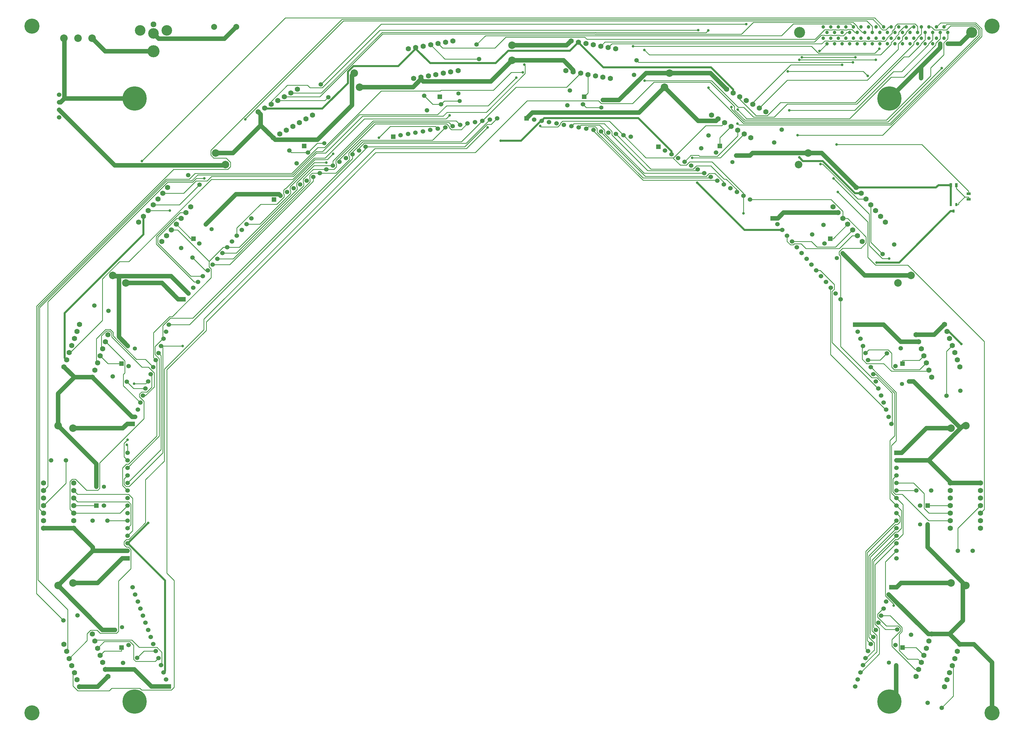
<source format=gtl>
G04 (created by PCBNEW (2013-jul-07)-stable) date Fri 11 Sep 2015 11:17:02 AM PDT*
%MOIN*%
G04 Gerber Fmt 3.4, Leading zero omitted, Abs format*
%FSLAX34Y34*%
G01*
G70*
G90*
G04 APERTURE LIST*
%ADD10C,0.00590551*%
%ADD11C,0.145669*%
%ADD12C,0.0472441*%
%ADD13C,0.07*%
%ADD14R,0.0315X0.0394*%
%ADD15R,0.055X0.035*%
%ADD16R,0.035X0.055*%
%ADD17C,0.1*%
%ADD18C,0.0590551*%
%ADD19C,0.06*%
%ADD20R,0.06X0.06*%
%ADD21C,0.076*%
%ADD22C,0.14*%
%ADD23C,0.16*%
%ADD24C,0.055*%
%ADD25C,0.0787402*%
%ADD26C,0.32*%
%ADD27C,0.2*%
%ADD28C,0.035*%
%ADD29C,0.06*%
%ADD30C,0.025*%
%ADD31C,0.01*%
G04 APERTURE END LIST*
G54D10*
G54D11*
X140899Y-27246D03*
X118100Y-27246D03*
G54D12*
X137750Y-28746D03*
X137250Y-27996D03*
X136750Y-28746D03*
X136250Y-27996D03*
X135750Y-28746D03*
X135250Y-27996D03*
X134750Y-28746D03*
X134250Y-27996D03*
X133750Y-28746D03*
X133250Y-27996D03*
X132750Y-28746D03*
X132250Y-27996D03*
X131750Y-28746D03*
X131250Y-27996D03*
X130750Y-28746D03*
X130250Y-27996D03*
X129750Y-28746D03*
X129250Y-27996D03*
X128750Y-28746D03*
X128250Y-27996D03*
X127750Y-28746D03*
X127250Y-27996D03*
X126750Y-28746D03*
X126250Y-27996D03*
X125750Y-28746D03*
X125250Y-27996D03*
X124750Y-28746D03*
X124250Y-27996D03*
X123750Y-28746D03*
X123250Y-27996D03*
X122750Y-28746D03*
X122250Y-27996D03*
X121750Y-28746D03*
X121250Y-27996D03*
X137750Y-27246D03*
X137250Y-26496D03*
X136750Y-27246D03*
X136250Y-26496D03*
X135750Y-27246D03*
X135250Y-26496D03*
X134750Y-27246D03*
X134250Y-26496D03*
X133750Y-27246D03*
X133250Y-26496D03*
X132750Y-27246D03*
X132250Y-26496D03*
X131750Y-27246D03*
X131250Y-26496D03*
X130750Y-27246D03*
X130250Y-26496D03*
X129750Y-27246D03*
X129250Y-26496D03*
X128750Y-27246D03*
X128250Y-26496D03*
X127750Y-27246D03*
X127250Y-26496D03*
X126750Y-27246D03*
X126250Y-26496D03*
X125750Y-27246D03*
X125250Y-26496D03*
X124750Y-27246D03*
X124250Y-26496D03*
X123750Y-27246D03*
X123250Y-26496D03*
X122750Y-27246D03*
X122250Y-26496D03*
X121750Y-27246D03*
X121250Y-26496D03*
G54D13*
X72177Y-28357D03*
X71192Y-28531D03*
X70207Y-28704D03*
X69222Y-28878D03*
X68237Y-29052D03*
X67253Y-29225D03*
X66268Y-29399D03*
X66962Y-33338D03*
X67947Y-33165D03*
X68932Y-32991D03*
X69917Y-32817D03*
X70902Y-32644D03*
X71886Y-32470D03*
X72871Y-32296D03*
X51565Y-34750D03*
X50699Y-35250D03*
X49833Y-35750D03*
X48967Y-36250D03*
X48101Y-36750D03*
X47235Y-37250D03*
X46369Y-37750D03*
X48369Y-41214D03*
X49235Y-40714D03*
X50101Y-40214D03*
X50967Y-39714D03*
X51833Y-39214D03*
X52699Y-38714D03*
X53565Y-38214D03*
X34384Y-47807D03*
X33741Y-48573D03*
X33098Y-49339D03*
X32455Y-50105D03*
X31813Y-50871D03*
X31170Y-51637D03*
X30527Y-52403D03*
X33591Y-54975D03*
X34234Y-54209D03*
X34877Y-53442D03*
X35520Y-52676D03*
X36162Y-51910D03*
X36805Y-51144D03*
X37448Y-50378D03*
X137295Y-114046D03*
X137637Y-113106D03*
X137979Y-112167D03*
X138321Y-111227D03*
X138663Y-110287D03*
X139005Y-109347D03*
X139347Y-108408D03*
X135588Y-107040D03*
X135246Y-107979D03*
X134904Y-108919D03*
X134562Y-109859D03*
X134220Y-110798D03*
X133878Y-111738D03*
X133536Y-112678D03*
X22704Y-65953D03*
X22362Y-66893D03*
X22020Y-67832D03*
X21678Y-68772D03*
X21336Y-69712D03*
X20994Y-70652D03*
X20652Y-71591D03*
X24411Y-72959D03*
X24753Y-72020D03*
X25095Y-71080D03*
X25437Y-70140D03*
X25779Y-69201D03*
X26121Y-68261D03*
X26463Y-67321D03*
X142064Y-93000D03*
X142064Y-92000D03*
X142064Y-91000D03*
X142064Y-90000D03*
X142064Y-89000D03*
X142064Y-88000D03*
X142064Y-87000D03*
X138064Y-87000D03*
X138064Y-88000D03*
X138064Y-89000D03*
X138064Y-90000D03*
X138064Y-91000D03*
X138064Y-92000D03*
X138064Y-93000D03*
X17935Y-87000D03*
X17935Y-88000D03*
X17935Y-89000D03*
X17935Y-90000D03*
X17935Y-91000D03*
X17935Y-92000D03*
X17935Y-93000D03*
X21935Y-93000D03*
X21935Y-92000D03*
X21935Y-91000D03*
X21935Y-90000D03*
X21935Y-89000D03*
X21935Y-88000D03*
X21935Y-87000D03*
X20652Y-108408D03*
X20994Y-109347D03*
X21336Y-110287D03*
X21678Y-111227D03*
X22020Y-112167D03*
X22362Y-113106D03*
X22704Y-114046D03*
X26463Y-112678D03*
X26121Y-111738D03*
X25779Y-110798D03*
X25437Y-109859D03*
X25095Y-108919D03*
X24753Y-107979D03*
X24411Y-107040D03*
X139347Y-71591D03*
X139005Y-70652D03*
X138663Y-69712D03*
X138321Y-68772D03*
X137979Y-67832D03*
X137637Y-66893D03*
X137295Y-65953D03*
X133536Y-67321D03*
X133878Y-68261D03*
X134220Y-69201D03*
X134562Y-70140D03*
X134904Y-71080D03*
X135246Y-72020D03*
X135588Y-72959D03*
X93731Y-29399D03*
X92746Y-29225D03*
X91762Y-29052D03*
X90777Y-28878D03*
X89792Y-28704D03*
X88807Y-28531D03*
X87822Y-28357D03*
X87128Y-32296D03*
X88113Y-32470D03*
X89097Y-32644D03*
X90082Y-32817D03*
X91067Y-32991D03*
X92052Y-33165D03*
X93037Y-33338D03*
X129472Y-52403D03*
X128829Y-51637D03*
X128186Y-50871D03*
X127543Y-50105D03*
X126901Y-49339D03*
X126258Y-48573D03*
X125615Y-47807D03*
X122551Y-50378D03*
X123194Y-51144D03*
X123836Y-51910D03*
X124479Y-52676D03*
X125122Y-53442D03*
X125765Y-54209D03*
X126408Y-54975D03*
X113630Y-37750D03*
X112764Y-37250D03*
X111898Y-36750D03*
X111032Y-36250D03*
X110166Y-35750D03*
X109300Y-35250D03*
X108434Y-34750D03*
X106434Y-38214D03*
X107300Y-38714D03*
X108166Y-39214D03*
X109032Y-39714D03*
X109898Y-40214D03*
X110764Y-40714D03*
X111630Y-41214D03*
G54D14*
X138500Y-50933D03*
X138125Y-50067D03*
X138875Y-50067D03*
G54D15*
X140500Y-48625D03*
X140500Y-49375D03*
G54D16*
X138875Y-47500D03*
X138125Y-47500D03*
G54D17*
X24370Y-28000D03*
X22500Y-28000D03*
X20630Y-28000D03*
G54D18*
X37669Y-57091D03*
X36161Y-55825D03*
X129114Y-56620D03*
X130622Y-55355D03*
X68726Y-37581D03*
X68384Y-35642D03*
X114736Y-41835D03*
X115720Y-40130D03*
X137569Y-75431D03*
X139418Y-74758D03*
X96168Y-32859D03*
X96509Y-30920D03*
X87334Y-36886D03*
X87676Y-34948D03*
X51477Y-44598D03*
X50493Y-42893D03*
X139079Y-96000D03*
X141048Y-96000D03*
X136924Y-116836D03*
X135075Y-116163D03*
X30335Y-110204D03*
X28485Y-110877D03*
X26419Y-92000D03*
X24451Y-92000D03*
X28967Y-73553D03*
X27117Y-72880D03*
X55656Y-35835D03*
X54672Y-34130D03*
X38598Y-47427D03*
X37090Y-46162D03*
X26535Y-64155D03*
X24685Y-63481D03*
X20919Y-84000D03*
X18951Y-84000D03*
X22430Y-104568D03*
X20580Y-105241D03*
X129664Y-69795D03*
X131514Y-69122D03*
X133579Y-88000D03*
X135548Y-88000D03*
X75649Y-30775D03*
X75307Y-28837D03*
X119759Y-54027D03*
X121266Y-52761D03*
X131032Y-106446D03*
X132882Y-107119D03*
X105057Y-42598D03*
X106042Y-40893D03*
G54D19*
X20000Y-38500D03*
X20000Y-37500D03*
X20000Y-36500D03*
X20000Y-35500D03*
G54D20*
X135064Y-90000D03*
G54D19*
X134064Y-90000D03*
G54D20*
X52467Y-42313D03*
G54D19*
X52967Y-43179D03*
G54D20*
X70438Y-35772D03*
G54D19*
X70612Y-36757D03*
G54D20*
X89561Y-35772D03*
G54D19*
X89387Y-36757D03*
G54D20*
X37818Y-54605D03*
G54D19*
X38584Y-55248D03*
G54D20*
X28256Y-108833D03*
G54D19*
X29196Y-108491D03*
G54D20*
X131743Y-108833D03*
G54D19*
X130803Y-108491D03*
G54D20*
X131743Y-71166D03*
G54D19*
X130803Y-71508D03*
G54D20*
X122181Y-54605D03*
G54D19*
X121415Y-55248D03*
G54D20*
X28256Y-71166D03*
G54D19*
X29196Y-71508D03*
G54D20*
X107532Y-42313D03*
G54D19*
X107032Y-43179D03*
G54D20*
X24935Y-90000D03*
G54D19*
X25935Y-90000D03*
G54D20*
X99407Y-42385D03*
G54D19*
X100273Y-42885D03*
X101139Y-43385D03*
X102005Y-43885D03*
X102871Y-44385D03*
X103737Y-44885D03*
X104603Y-45385D03*
X105469Y-45885D03*
X106335Y-46385D03*
X107201Y-46885D03*
X108067Y-47385D03*
X108933Y-47885D03*
X109799Y-48385D03*
X110665Y-48885D03*
X111531Y-49385D03*
G54D20*
X130261Y-100844D03*
G54D19*
X129919Y-101784D03*
X129577Y-102723D03*
X129235Y-103663D03*
X128893Y-104603D03*
X128551Y-105543D03*
X128209Y-106482D03*
X127867Y-107422D03*
X127525Y-108362D03*
X127183Y-109301D03*
X126841Y-110241D03*
X126499Y-111181D03*
X126157Y-112120D03*
X125815Y-113060D03*
X125473Y-114000D03*
G54D20*
X130939Y-83000D03*
G54D19*
X130939Y-84000D03*
X130939Y-85000D03*
X130939Y-86000D03*
X130939Y-87000D03*
X130939Y-88000D03*
X130939Y-89000D03*
X130939Y-90000D03*
X130939Y-91000D03*
X130939Y-92000D03*
X130939Y-93000D03*
X130939Y-94000D03*
X130939Y-95000D03*
X130939Y-96000D03*
X130939Y-97000D03*
G54D20*
X125473Y-65999D03*
G54D19*
X125815Y-66939D03*
X126157Y-67879D03*
X126499Y-68818D03*
X126841Y-69758D03*
X127183Y-70698D03*
X127525Y-71637D03*
X127867Y-72577D03*
X128209Y-73517D03*
X128551Y-74456D03*
X128893Y-75396D03*
X129235Y-76336D03*
X129577Y-77276D03*
X129919Y-78215D03*
X130261Y-79155D03*
G54D20*
X114522Y-51894D03*
G54D19*
X115164Y-52660D03*
X115807Y-53426D03*
X116450Y-54192D03*
X117093Y-54958D03*
X117736Y-55724D03*
X118378Y-56490D03*
X119021Y-57256D03*
X119664Y-58022D03*
X120307Y-58788D03*
X120950Y-59554D03*
X121592Y-60320D03*
X122235Y-61086D03*
X122878Y-61852D03*
X123521Y-62619D03*
G54D20*
X81952Y-38619D03*
G54D19*
X82936Y-38792D03*
X83921Y-38966D03*
X84906Y-39140D03*
X85891Y-39313D03*
X86876Y-39487D03*
X87860Y-39660D03*
X88845Y-39834D03*
X89830Y-40008D03*
X90815Y-40181D03*
X91800Y-40355D03*
X92784Y-40529D03*
X93769Y-40702D03*
X94754Y-40876D03*
X95739Y-41050D03*
G54D20*
X64260Y-41050D03*
G54D19*
X65245Y-40876D03*
X66230Y-40702D03*
X67215Y-40529D03*
X68199Y-40355D03*
X69184Y-40181D03*
X70169Y-40008D03*
X71154Y-39834D03*
X72139Y-39660D03*
X73123Y-39487D03*
X74108Y-39313D03*
X75093Y-39140D03*
X76078Y-38966D03*
X77063Y-38792D03*
X78047Y-38619D03*
G54D20*
X48468Y-49385D03*
G54D19*
X49334Y-48885D03*
X50200Y-48385D03*
X51066Y-47885D03*
X51932Y-47385D03*
X52798Y-46885D03*
X53664Y-46385D03*
X54530Y-45885D03*
X55396Y-45385D03*
X56262Y-44885D03*
X57128Y-44385D03*
X57994Y-43885D03*
X58860Y-43385D03*
X59726Y-42885D03*
X60592Y-42385D03*
G54D20*
X36478Y-62619D03*
G54D19*
X37121Y-61852D03*
X37764Y-61086D03*
X38407Y-60320D03*
X39049Y-59554D03*
X39692Y-58788D03*
X40335Y-58022D03*
X40978Y-57256D03*
X41621Y-56490D03*
X42263Y-55724D03*
X42906Y-54958D03*
X43549Y-54192D03*
X44192Y-53426D03*
X44835Y-52660D03*
X45477Y-51894D03*
G54D20*
X29738Y-79155D03*
G54D19*
X30080Y-78215D03*
X30422Y-77276D03*
X30764Y-76336D03*
X31106Y-75396D03*
X31448Y-74456D03*
X31790Y-73517D03*
X32132Y-72577D03*
X32474Y-71637D03*
X32816Y-70698D03*
X33158Y-69758D03*
X33500Y-68818D03*
X33842Y-67879D03*
X34184Y-66939D03*
X34526Y-65999D03*
G54D20*
X29060Y-97000D03*
G54D19*
X29060Y-96000D03*
X29060Y-95000D03*
X29060Y-94000D03*
X29060Y-93000D03*
X29060Y-92000D03*
X29060Y-91000D03*
X29060Y-90000D03*
X29060Y-89000D03*
X29060Y-88000D03*
X29060Y-87000D03*
X29060Y-86000D03*
X29060Y-85000D03*
X29060Y-84000D03*
X29060Y-83000D03*
G54D20*
X34526Y-114000D03*
G54D19*
X34184Y-113060D03*
X33842Y-112120D03*
X33500Y-111181D03*
X33158Y-110241D03*
X32816Y-109301D03*
X32474Y-108362D03*
X32132Y-107422D03*
X31790Y-106482D03*
X31448Y-105543D03*
X31106Y-104603D03*
X30764Y-103663D03*
X30422Y-102723D03*
X30080Y-101784D03*
X29738Y-100844D03*
G54D21*
X32500Y-26180D03*
G54D22*
X32500Y-27360D03*
G54D23*
X32500Y-29720D03*
G54D22*
X30730Y-26970D03*
X34270Y-26970D03*
G54D17*
X80000Y-30935D03*
X80000Y-28935D03*
X21832Y-100256D03*
X19863Y-100603D03*
X21832Y-79743D03*
X19863Y-79396D03*
X28848Y-60467D03*
X27116Y-59467D03*
X42034Y-44754D03*
X40748Y-43222D03*
X59798Y-34497D03*
X59114Y-32618D03*
G54D24*
X30051Y-69159D03*
X29111Y-68817D03*
X28341Y-106141D03*
X27401Y-106484D03*
X25935Y-87500D03*
X24935Y-87500D03*
X131658Y-73858D03*
X132598Y-73515D03*
X40191Y-53333D03*
X39425Y-52690D03*
X55133Y-41929D03*
X54633Y-41063D03*
X73073Y-36322D03*
X72900Y-35338D03*
X91850Y-37191D03*
X92023Y-36206D03*
X129948Y-110840D03*
X130888Y-111182D03*
X109197Y-44429D03*
X109697Y-43563D03*
X134064Y-92500D03*
X135064Y-92500D03*
X123022Y-57163D03*
X123788Y-56520D03*
G54D25*
X40523Y-26500D03*
X43476Y-26500D03*
G54D17*
X100201Y-34497D03*
X100885Y-32618D03*
X117965Y-44754D03*
X119251Y-43222D03*
X131151Y-60467D03*
X132883Y-59467D03*
X138167Y-79743D03*
X140136Y-79396D03*
X138167Y-100256D03*
X140136Y-100603D03*
G54D26*
X30000Y-36000D03*
X130000Y-36000D03*
X130000Y-116000D03*
X30000Y-116000D03*
G54D27*
X143600Y-26400D03*
X16400Y-117500D03*
X143600Y-117500D03*
X16400Y-26400D03*
G54D28*
X139538Y-68577D03*
X118067Y-43811D03*
X29933Y-73835D03*
X62376Y-41198D03*
X80575Y-33231D03*
X109885Y-39321D03*
X71733Y-38230D03*
X109892Y-37475D03*
X34657Y-50871D03*
X117826Y-40877D03*
X104663Y-26928D03*
X116732Y-37580D03*
X106050Y-34557D03*
X36354Y-68818D03*
X56291Y-43341D03*
X97568Y-33629D03*
X130571Y-103257D03*
X55407Y-44496D03*
X29054Y-81273D03*
X83720Y-39645D03*
X110665Y-51248D03*
X120870Y-44695D03*
X28982Y-81934D03*
X129962Y-57226D03*
X122617Y-46594D03*
X30984Y-44290D03*
X111030Y-26126D03*
X125169Y-31190D03*
X96046Y-29074D03*
X128663Y-29404D03*
X76759Y-39834D03*
X123183Y-48403D03*
X120739Y-29682D03*
X125513Y-30536D03*
X118393Y-30536D03*
X44667Y-38761D03*
X123744Y-31530D03*
X122989Y-42111D03*
X104542Y-47168D03*
X128298Y-57753D03*
X31807Y-92310D03*
X78505Y-41603D03*
X81427Y-32531D03*
X39241Y-46612D03*
X116534Y-32401D03*
X127152Y-33006D03*
X97547Y-29563D03*
X81621Y-31514D03*
X128212Y-30861D03*
X118068Y-30861D03*
X106002Y-26960D03*
X136938Y-31968D03*
X109072Y-37131D03*
X103859Y-43872D03*
X134200Y-33300D03*
G54D29*
X26090Y-29720D02*
X24370Y-28000D01*
X32500Y-29720D02*
X26090Y-29720D01*
G54D30*
X137854Y-66893D02*
X137637Y-66893D01*
X139538Y-68577D02*
X137854Y-66893D01*
X20743Y-70401D02*
X20994Y-70652D01*
X20743Y-64458D02*
X20743Y-70401D01*
X31170Y-54032D02*
X20743Y-64458D01*
X31170Y-51637D02*
X31170Y-54032D01*
X87662Y-29675D02*
X88807Y-28531D01*
X79489Y-29675D02*
X87662Y-29675D01*
X77850Y-31314D02*
X79489Y-29675D01*
X69177Y-31314D02*
X77850Y-31314D01*
X67253Y-29390D02*
X69177Y-31314D01*
X64951Y-31691D02*
X67253Y-29390D01*
X59009Y-31691D02*
X64951Y-31691D01*
X58262Y-32439D02*
X59009Y-31691D01*
X58262Y-33964D02*
X58262Y-32439D01*
X54879Y-37347D02*
X58262Y-33964D01*
X47332Y-37347D02*
X54879Y-37347D01*
X47235Y-37250D02*
X47332Y-37347D01*
X67253Y-29390D02*
X67253Y-29225D01*
X88807Y-28573D02*
X88807Y-28531D01*
X92106Y-31872D02*
X88807Y-28573D01*
X106371Y-31872D02*
X92106Y-31872D01*
X109300Y-34801D02*
X106371Y-31872D01*
X109300Y-35250D02*
X109300Y-34801D01*
X118551Y-44295D02*
X118067Y-43811D01*
X121166Y-44295D02*
X118551Y-44295D01*
X125444Y-48573D02*
X121166Y-44295D01*
X126258Y-48573D02*
X125444Y-48573D01*
G54D29*
X131550Y-100256D02*
X130961Y-100844D01*
X138167Y-100256D02*
X131550Y-100256D01*
X130261Y-100844D02*
X130961Y-100844D01*
X28450Y-79743D02*
X29038Y-79155D01*
X21832Y-79743D02*
X28450Y-79743D01*
X29738Y-79155D02*
X29038Y-79155D01*
X67947Y-33444D02*
X67947Y-33165D01*
X66894Y-34497D02*
X59798Y-34497D01*
X67947Y-33444D02*
X66894Y-34497D01*
X115971Y-51144D02*
X115222Y-51894D01*
X123194Y-51144D02*
X115971Y-51144D01*
X114522Y-51894D02*
X115222Y-51894D01*
X134895Y-79743D02*
X131639Y-83000D01*
X138167Y-79743D02*
X134895Y-79743D01*
X130939Y-83000D02*
X131639Y-83000D01*
X32239Y-114000D02*
X34526Y-114000D01*
X29978Y-111738D02*
X32239Y-114000D01*
X26121Y-111738D02*
X29978Y-111738D01*
X36478Y-62619D02*
X35778Y-62619D01*
X129238Y-65999D02*
X125473Y-65999D01*
X131500Y-68261D02*
X129238Y-65999D01*
X133878Y-68261D02*
X131500Y-68261D01*
X104670Y-38966D02*
X100201Y-34497D01*
X107048Y-38966D02*
X104670Y-38966D01*
X107300Y-38714D02*
X107048Y-38966D01*
X25104Y-100256D02*
X28360Y-97000D01*
X21832Y-100256D02*
X25104Y-100256D01*
X29060Y-97000D02*
X28360Y-97000D01*
X82696Y-37874D02*
X81952Y-38619D01*
X96824Y-37874D02*
X82696Y-37874D01*
X100201Y-34497D02*
X96824Y-37874D01*
X33627Y-60467D02*
X35778Y-62619D01*
X28848Y-60467D02*
X33627Y-60467D01*
X41923Y-44865D02*
X42034Y-44754D01*
X27365Y-44865D02*
X41923Y-44865D01*
X20000Y-37500D02*
X27365Y-44865D01*
X77192Y-33743D02*
X80000Y-30935D01*
X68246Y-33743D02*
X77192Y-33743D01*
X67947Y-33444D02*
X68246Y-33743D01*
X88112Y-32216D02*
X88112Y-32470D01*
X86832Y-30935D02*
X88112Y-32216D01*
X80000Y-30935D02*
X86832Y-30935D01*
G54D31*
X58792Y-46327D02*
X61950Y-43170D01*
X35245Y-71004D02*
X39490Y-66760D01*
X39490Y-66760D02*
X39490Y-65630D01*
X39490Y-65630D02*
X58792Y-46327D01*
X137750Y-27246D02*
X137750Y-28075D01*
X83103Y-36295D02*
X91465Y-36295D01*
X91465Y-36295D02*
X91826Y-36656D01*
X91826Y-36656D02*
X95961Y-36656D01*
X95961Y-36656D02*
X98788Y-33829D01*
X98788Y-33829D02*
X106258Y-33829D01*
X106258Y-33829D02*
X109474Y-37046D01*
X109474Y-37046D02*
X109474Y-37533D01*
X109474Y-37533D02*
X110823Y-38881D01*
X110823Y-38881D02*
X129609Y-38881D01*
X129609Y-38881D02*
X135482Y-33008D01*
X135482Y-33008D02*
X135482Y-31928D01*
X135482Y-31928D02*
X137200Y-30211D01*
X137200Y-30211D02*
X137200Y-28625D01*
X137200Y-28625D02*
X137750Y-28075D01*
X35245Y-71004D02*
X35245Y-71006D01*
X82014Y-36295D02*
X83103Y-36295D01*
X75140Y-43170D02*
X82014Y-36295D01*
X61950Y-43170D02*
X75140Y-43170D01*
X35245Y-114094D02*
X35245Y-99945D01*
X34883Y-114456D02*
X35245Y-114094D01*
X32860Y-114456D02*
X34883Y-114456D01*
X30717Y-114242D02*
X30931Y-114456D01*
X26970Y-114242D02*
X30717Y-114242D01*
X26648Y-114565D02*
X26970Y-114242D01*
X22475Y-114565D02*
X26648Y-114565D01*
X21843Y-113933D02*
X22475Y-114565D01*
X21843Y-112343D02*
X21843Y-113933D01*
X22020Y-112167D02*
X21843Y-112343D01*
X30931Y-114456D02*
X32860Y-114456D01*
X35245Y-71006D02*
X35245Y-71006D01*
X34280Y-71971D02*
X35245Y-71006D01*
X34280Y-98980D02*
X34280Y-71971D01*
X35245Y-99945D02*
X34280Y-98980D01*
X35245Y-71006D02*
X35245Y-71006D01*
X130271Y-88332D02*
X130939Y-89000D01*
X130271Y-82033D02*
X130271Y-88332D01*
X130915Y-81389D02*
X130271Y-82033D01*
X130915Y-74986D02*
X130915Y-81389D01*
X127567Y-71637D02*
X130915Y-74986D01*
X127525Y-71637D02*
X127567Y-71637D01*
X53664Y-46950D02*
X53664Y-46385D01*
X42591Y-58022D02*
X53664Y-46950D01*
X40335Y-58022D02*
X42591Y-58022D01*
X31472Y-73835D02*
X29933Y-73835D01*
X31790Y-73517D02*
X31472Y-73835D01*
X69874Y-39712D02*
X70169Y-40008D01*
X63861Y-39712D02*
X69874Y-39712D01*
X62376Y-41198D02*
X63861Y-39712D01*
X131800Y-89861D02*
X130939Y-89000D01*
X131800Y-93788D02*
X131800Y-89861D01*
X131088Y-94500D02*
X131800Y-93788D01*
X130798Y-94500D02*
X131088Y-94500D01*
X127896Y-97402D02*
X130798Y-94500D01*
X127896Y-106169D02*
X127896Y-97402D01*
X128209Y-106482D02*
X127896Y-106169D01*
X104439Y-45549D02*
X104603Y-45385D01*
X97954Y-45549D02*
X104439Y-45549D01*
X93245Y-40840D02*
X97954Y-45549D01*
X93245Y-40352D02*
X93245Y-40840D01*
X92221Y-39329D02*
X93245Y-40352D01*
X88192Y-39329D02*
X92221Y-39329D01*
X87860Y-39660D02*
X88192Y-39329D01*
X76847Y-36960D02*
X80575Y-33231D01*
X71335Y-36960D02*
X76847Y-36960D01*
X70146Y-38148D02*
X71335Y-36960D01*
X59801Y-38148D02*
X70146Y-38148D01*
X54909Y-43041D02*
X59801Y-38148D01*
X54031Y-43041D02*
X54909Y-43041D01*
X50935Y-46137D02*
X54031Y-43041D01*
X38362Y-46137D02*
X50935Y-46137D01*
X37585Y-46913D02*
X38362Y-46137D01*
X34248Y-46913D02*
X37585Y-46913D01*
X17415Y-63746D02*
X34248Y-46913D01*
X17415Y-90480D02*
X17415Y-63746D01*
X17935Y-91000D02*
X17415Y-90480D01*
X137595Y-26150D02*
X137250Y-26496D01*
X141358Y-26150D02*
X137595Y-26150D01*
X142001Y-26793D02*
X141358Y-26150D01*
X142001Y-27685D02*
X142001Y-26793D01*
X130183Y-39503D02*
X142001Y-27685D01*
X110067Y-39503D02*
X130183Y-39503D01*
X109885Y-39321D02*
X110067Y-39503D01*
X28060Y-91000D02*
X21935Y-91000D01*
X29060Y-90000D02*
X28060Y-91000D01*
X32255Y-72699D02*
X32132Y-72577D01*
X32255Y-74297D02*
X32255Y-72699D01*
X31622Y-74929D02*
X32255Y-74297D01*
X30930Y-74929D02*
X31622Y-74929D01*
X30649Y-75211D02*
X30930Y-74929D01*
X30649Y-75576D02*
X30649Y-75211D01*
X31234Y-76161D02*
X30649Y-75576D01*
X31234Y-78481D02*
X31234Y-76161D01*
X25385Y-84330D02*
X31234Y-78481D01*
X25385Y-87713D02*
X25385Y-84330D01*
X25149Y-87950D02*
X25385Y-87713D01*
X23621Y-87950D02*
X25149Y-87950D01*
X22159Y-86488D02*
X23621Y-87950D01*
X21735Y-86488D02*
X22159Y-86488D01*
X21422Y-86800D02*
X21735Y-86488D01*
X21422Y-90487D02*
X21422Y-86800D01*
X21935Y-91000D02*
X21422Y-90487D01*
X130067Y-89127D02*
X130939Y-90000D01*
X130067Y-81362D02*
X130067Y-89127D01*
X130714Y-80715D02*
X130067Y-81362D01*
X130714Y-75097D02*
X130714Y-80715D01*
X128194Y-72577D02*
X130714Y-75097D01*
X127867Y-72577D02*
X128194Y-72577D01*
X131599Y-90660D02*
X130939Y-90000D01*
X131599Y-92989D02*
X131599Y-90660D01*
X131088Y-93500D02*
X131599Y-92989D01*
X130799Y-93500D02*
X131088Y-93500D01*
X127480Y-96819D02*
X130799Y-93500D01*
X127480Y-107035D02*
X127480Y-96819D01*
X127867Y-107422D02*
X127480Y-107035D01*
X53525Y-45885D02*
X54530Y-45885D01*
X53206Y-46204D02*
X53525Y-45885D01*
X53206Y-46657D02*
X53206Y-46204D01*
X53249Y-46700D02*
X53206Y-46657D01*
X53249Y-47075D02*
X53249Y-46700D01*
X43068Y-57256D02*
X53249Y-47075D01*
X40978Y-57256D02*
X43068Y-57256D01*
X69462Y-41526D02*
X71154Y-39834D01*
X60080Y-41526D02*
X69462Y-41526D01*
X58379Y-43227D02*
X60080Y-41526D01*
X58379Y-43633D02*
X58379Y-43227D01*
X58457Y-43711D02*
X58379Y-43633D01*
X58457Y-44087D02*
X58457Y-43711D01*
X56659Y-45885D02*
X58457Y-44087D01*
X54530Y-45885D02*
X56659Y-45885D01*
X97504Y-45885D02*
X105469Y-45885D01*
X92267Y-40648D02*
X97504Y-45885D01*
X92267Y-40185D02*
X92267Y-40648D01*
X91612Y-39529D02*
X92267Y-40185D01*
X89150Y-39529D02*
X91612Y-39529D01*
X88845Y-39834D02*
X89150Y-39529D01*
X136750Y-28075D02*
X136750Y-27246D01*
X136147Y-28678D02*
X136750Y-28075D01*
X136147Y-28895D02*
X136147Y-28678D01*
X131889Y-33153D02*
X136147Y-28895D01*
X130237Y-33153D02*
X131889Y-33153D01*
X124727Y-38663D02*
X130237Y-33153D01*
X111080Y-38663D02*
X124727Y-38663D01*
X109892Y-37475D02*
X111080Y-38663D01*
X71265Y-38698D02*
X71733Y-38230D01*
X60427Y-38698D02*
X71265Y-38698D01*
X55239Y-43886D02*
X60427Y-38698D01*
X53789Y-43886D02*
X55239Y-43886D01*
X50955Y-46720D02*
X53789Y-43886D01*
X40160Y-46720D02*
X50955Y-46720D01*
X29242Y-57637D02*
X40160Y-46720D01*
X28017Y-57637D02*
X29242Y-57637D01*
X25736Y-59918D02*
X28017Y-57637D01*
X25736Y-65430D02*
X25736Y-59918D01*
X21454Y-69712D02*
X25736Y-65430D01*
X21336Y-69712D02*
X21454Y-69712D01*
X106174Y-46547D02*
X106335Y-46385D01*
X97354Y-46547D02*
X106174Y-46547D01*
X91282Y-40474D02*
X97354Y-46547D01*
X91282Y-39982D02*
X91282Y-40474D01*
X91030Y-39729D02*
X91282Y-39982D01*
X90109Y-39729D02*
X91030Y-39729D01*
X89830Y-40008D02*
X90109Y-39729D01*
X24930Y-70915D02*
X25095Y-71080D01*
X24930Y-67863D02*
X24930Y-70915D01*
X26174Y-66618D02*
X24930Y-67863D01*
X26764Y-66618D02*
X26174Y-66618D01*
X27166Y-67021D02*
X26764Y-66618D01*
X27166Y-67514D02*
X27166Y-67021D01*
X30253Y-70601D02*
X27166Y-67514D01*
X31437Y-70601D02*
X30253Y-70601D01*
X32474Y-71637D02*
X31437Y-70601D01*
X127066Y-107903D02*
X127525Y-108362D01*
X127066Y-96230D02*
X127066Y-107903D01*
X130796Y-92500D02*
X127066Y-96230D01*
X131080Y-92500D02*
X130796Y-92500D01*
X131399Y-92180D02*
X131080Y-92500D01*
X131399Y-91460D02*
X131399Y-92180D01*
X130939Y-91000D02*
X131399Y-91460D01*
X53659Y-45385D02*
X55396Y-45385D01*
X52330Y-46714D02*
X53659Y-45385D01*
X52330Y-47146D02*
X52330Y-46714D01*
X52401Y-47218D02*
X52330Y-47146D01*
X52401Y-47560D02*
X52401Y-47218D01*
X43471Y-56490D02*
X52401Y-47560D01*
X41621Y-56490D02*
X43471Y-56490D01*
X71646Y-39168D02*
X72139Y-39660D01*
X61688Y-39168D02*
X71646Y-39168D01*
X56660Y-44196D02*
X61688Y-39168D01*
X56660Y-44646D02*
X56660Y-44196D01*
X56731Y-44718D02*
X56660Y-44646D01*
X56731Y-45052D02*
X56731Y-44718D01*
X56399Y-45385D02*
X56731Y-45052D01*
X55396Y-45385D02*
X56399Y-45385D01*
X31813Y-50871D02*
X34657Y-50871D01*
X136795Y-25950D02*
X136250Y-26496D01*
X141441Y-25950D02*
X136795Y-25950D01*
X142222Y-26731D02*
X141441Y-25950D01*
X142222Y-27754D02*
X142222Y-26731D01*
X129099Y-40877D02*
X142222Y-27754D01*
X117826Y-40877D02*
X129099Y-40877D01*
X107159Y-46843D02*
X107201Y-46885D01*
X97357Y-46843D02*
X107159Y-46843D01*
X90815Y-40301D02*
X97357Y-46843D01*
X90815Y-40181D02*
X90815Y-40301D01*
X32939Y-70821D02*
X32816Y-70698D01*
X32939Y-80757D02*
X32939Y-70821D01*
X29197Y-84500D02*
X32939Y-80757D01*
X28914Y-84500D02*
X29197Y-84500D01*
X28404Y-85009D02*
X28914Y-84500D01*
X28404Y-87343D02*
X28404Y-85009D01*
X29060Y-88000D02*
X28404Y-87343D01*
X41750Y-55724D02*
X42263Y-55724D01*
X39874Y-57600D02*
X41750Y-55724D01*
X35716Y-53442D02*
X34877Y-53442D01*
X39874Y-57600D02*
X35716Y-53442D01*
X32492Y-70374D02*
X32816Y-70698D01*
X32492Y-67078D02*
X32492Y-70374D01*
X34649Y-64922D02*
X32492Y-67078D01*
X34990Y-64922D02*
X34649Y-64922D01*
X40147Y-59764D02*
X34990Y-64922D01*
X40147Y-58601D02*
X40147Y-59764D01*
X39874Y-58327D02*
X40147Y-58601D01*
X39874Y-57600D02*
X39874Y-58327D01*
X128512Y-74456D02*
X128551Y-74456D01*
X122410Y-68355D02*
X128512Y-74456D01*
X122410Y-61581D02*
X122410Y-68355D01*
X122698Y-61294D02*
X122410Y-61581D01*
X122698Y-60652D02*
X122698Y-61294D01*
X120834Y-58788D02*
X122698Y-60652D01*
X120307Y-58788D02*
X120834Y-58788D01*
X126866Y-108984D02*
X127183Y-109301D01*
X126866Y-96073D02*
X126866Y-108984D01*
X130939Y-92000D02*
X126866Y-96073D01*
X53783Y-44885D02*
X56262Y-44885D01*
X51464Y-47204D02*
X53783Y-44885D01*
X51464Y-47646D02*
X51464Y-47204D01*
X51535Y-47718D02*
X51464Y-47646D01*
X51535Y-48055D02*
X51535Y-47718D01*
X43867Y-55724D02*
X51535Y-48055D01*
X42263Y-55724D02*
X43867Y-55724D01*
X72604Y-38967D02*
X73123Y-39487D01*
X61601Y-38967D02*
X72604Y-38967D01*
X56262Y-44307D02*
X61601Y-38967D01*
X56262Y-44885D02*
X56262Y-44307D01*
X135750Y-28185D02*
X135750Y-27246D01*
X135179Y-28756D02*
X135750Y-28185D01*
X135179Y-28864D02*
X135179Y-28756D01*
X131625Y-32418D02*
X135179Y-28864D01*
X130549Y-32418D02*
X131625Y-32418D01*
X125387Y-37580D02*
X130549Y-32418D01*
X116732Y-37580D02*
X125387Y-37580D01*
X48101Y-36392D02*
X48101Y-36750D01*
X50252Y-34241D02*
X48101Y-36392D01*
X52899Y-34241D02*
X50252Y-34241D01*
X53233Y-34575D02*
X52899Y-34241D01*
X54869Y-34575D02*
X53233Y-34575D01*
X62517Y-26928D02*
X54869Y-34575D01*
X104663Y-26928D02*
X62517Y-26928D01*
X91800Y-40468D02*
X91800Y-40355D01*
X97670Y-46338D02*
X91800Y-40468D01*
X105736Y-46338D02*
X97670Y-46338D01*
X106151Y-45923D02*
X105736Y-46338D01*
X106880Y-45923D02*
X106151Y-45923D01*
X108067Y-47110D02*
X106880Y-45923D01*
X108067Y-47385D02*
X108067Y-47110D01*
X33497Y-70097D02*
X33158Y-69758D01*
X33497Y-82563D02*
X33497Y-70097D01*
X29060Y-87000D02*
X33497Y-82563D01*
X73293Y-40129D02*
X74108Y-39313D01*
X71966Y-40129D02*
X73293Y-40129D01*
X71678Y-39841D02*
X71966Y-40129D01*
X71678Y-39708D02*
X71678Y-39841D01*
X71346Y-39375D02*
X71678Y-39708D01*
X61858Y-39375D02*
X71346Y-39375D01*
X57128Y-44105D02*
X61858Y-39375D01*
X57128Y-44385D02*
X57128Y-44105D01*
X126915Y-110241D02*
X126841Y-110241D01*
X127997Y-109159D02*
X126915Y-110241D01*
X127997Y-108197D02*
X127997Y-109159D01*
X127266Y-107466D02*
X127997Y-108197D01*
X127266Y-96672D02*
X127266Y-107466D01*
X130939Y-93000D02*
X127266Y-96672D01*
X135560Y-26496D02*
X135250Y-26496D01*
X135961Y-26896D02*
X135560Y-26496D01*
X136553Y-26896D02*
X135961Y-26896D01*
X136595Y-26854D02*
X136553Y-26896D01*
X137062Y-26854D02*
X136595Y-26854D01*
X137092Y-26885D02*
X137062Y-26854D01*
X137564Y-26885D02*
X137092Y-26885D01*
X138098Y-26351D02*
X137564Y-26885D01*
X141275Y-26351D02*
X138098Y-26351D01*
X141794Y-26869D02*
X141275Y-26351D01*
X141794Y-27609D02*
X141794Y-26869D01*
X130100Y-39303D02*
X141794Y-27609D01*
X110678Y-39303D02*
X130100Y-39303D01*
X106050Y-34675D02*
X110678Y-39303D01*
X106050Y-34557D02*
X106050Y-34675D01*
X33500Y-68818D02*
X33725Y-68818D01*
X33725Y-68818D02*
X36354Y-68818D01*
X28605Y-86455D02*
X29060Y-86000D01*
X28605Y-87184D02*
X28605Y-86455D01*
X28887Y-87467D02*
X28605Y-87184D01*
X29255Y-87467D02*
X28887Y-87467D01*
X33725Y-82996D02*
X29255Y-87467D01*
X33725Y-68818D02*
X33725Y-82996D01*
X55546Y-44086D02*
X56291Y-43341D01*
X53872Y-44086D02*
X55546Y-44086D01*
X50024Y-47935D02*
X53872Y-44086D01*
X49968Y-47935D02*
X50024Y-47935D01*
X49732Y-48172D02*
X49968Y-47935D01*
X49732Y-48646D02*
X49732Y-48172D01*
X49803Y-48718D02*
X49732Y-48646D01*
X49803Y-49052D02*
X49803Y-48718D01*
X48840Y-50016D02*
X49803Y-49052D01*
X46689Y-50016D02*
X48840Y-50016D01*
X43549Y-53156D02*
X46689Y-50016D01*
X43549Y-54192D02*
X43549Y-53156D01*
X126539Y-111181D02*
X126499Y-111181D01*
X128320Y-109400D02*
X126539Y-111181D01*
X128320Y-107238D02*
X128320Y-109400D01*
X127694Y-106612D02*
X128320Y-107238D01*
X127694Y-97244D02*
X127694Y-106612D01*
X130939Y-94000D02*
X127694Y-97244D01*
X134750Y-28185D02*
X134750Y-27246D01*
X134179Y-28756D02*
X134750Y-28185D01*
X134179Y-28864D02*
X134179Y-28756D01*
X132578Y-30465D02*
X134179Y-28864D01*
X131943Y-30465D02*
X132578Y-30465D01*
X125674Y-36733D02*
X131943Y-30465D01*
X116461Y-36733D02*
X125674Y-36733D01*
X114738Y-38457D02*
X116461Y-36733D01*
X112002Y-38457D02*
X114738Y-38457D01*
X110696Y-37150D02*
X112002Y-38457D01*
X109972Y-37150D02*
X110696Y-37150D01*
X106451Y-33629D02*
X109972Y-37150D01*
X97568Y-33629D02*
X106451Y-33629D01*
X87239Y-34502D02*
X89097Y-32644D01*
X80542Y-34502D02*
X87239Y-34502D01*
X76078Y-38966D02*
X80542Y-34502D01*
X32693Y-68914D02*
X33728Y-67879D01*
X32693Y-69929D02*
X32693Y-68914D01*
X33284Y-70520D02*
X32693Y-69929D01*
X33284Y-80776D02*
X33284Y-70520D01*
X29060Y-85000D02*
X33284Y-80776D01*
X33728Y-67879D02*
X33842Y-67879D01*
X129505Y-77276D02*
X129577Y-77276D01*
X122210Y-69981D02*
X129505Y-77276D01*
X122210Y-61111D02*
X122210Y-69981D01*
X122235Y-61086D02*
X122210Y-61111D01*
X126221Y-112120D02*
X126157Y-112120D01*
X128670Y-109671D02*
X126221Y-112120D01*
X128670Y-106307D02*
X128670Y-109671D01*
X128100Y-105737D02*
X128670Y-106307D01*
X128100Y-97838D02*
X128100Y-105737D01*
X130939Y-95000D02*
X128100Y-97838D01*
X58860Y-43967D02*
X58860Y-43385D01*
X37705Y-65122D02*
X58860Y-43967D01*
X34750Y-65122D02*
X37705Y-65122D01*
X33728Y-66144D02*
X34750Y-65122D01*
X33728Y-67879D02*
X33728Y-66144D01*
X73318Y-41726D02*
X76078Y-38966D01*
X60246Y-41726D02*
X73318Y-41726D01*
X58860Y-43112D02*
X60246Y-41726D01*
X58860Y-43385D02*
X58860Y-43112D01*
X109799Y-48114D02*
X109799Y-48385D01*
X108379Y-46694D02*
X109799Y-48114D01*
X108096Y-46694D02*
X108379Y-46694D01*
X106410Y-45008D02*
X108096Y-46694D01*
X106410Y-44925D02*
X106410Y-45008D01*
X104426Y-44925D02*
X106410Y-44925D01*
X104003Y-45349D02*
X104426Y-44925D01*
X98416Y-45349D02*
X104003Y-45349D01*
X93769Y-40702D02*
X98416Y-45349D01*
X134250Y-27435D02*
X134250Y-26496D01*
X133679Y-28006D02*
X134250Y-27435D01*
X133679Y-28114D02*
X133679Y-28006D01*
X133250Y-28543D02*
X133679Y-28114D01*
X133250Y-28792D02*
X133250Y-28543D01*
X125508Y-36533D02*
X133250Y-28792D01*
X115554Y-36533D02*
X125508Y-36533D01*
X113831Y-38256D02*
X115554Y-36533D01*
X112326Y-38256D02*
X113831Y-38256D01*
X110166Y-36096D02*
X112326Y-38256D01*
X110166Y-35750D02*
X110166Y-36096D01*
X53816Y-44496D02*
X55407Y-44496D01*
X50606Y-47706D02*
X53816Y-44496D01*
X50606Y-48154D02*
X50606Y-47706D01*
X50669Y-48218D02*
X50606Y-48154D01*
X50669Y-48586D02*
X50669Y-48218D01*
X46596Y-52660D02*
X50669Y-48586D01*
X44835Y-52660D02*
X46596Y-52660D01*
X130571Y-103081D02*
X130571Y-103257D01*
X129469Y-101979D02*
X130571Y-103081D01*
X129469Y-97470D02*
X129469Y-101979D01*
X130939Y-96000D02*
X129469Y-97470D01*
X28600Y-81726D02*
X29054Y-81273D01*
X28600Y-83539D02*
X28600Y-81726D01*
X29060Y-84000D02*
X28600Y-83539D01*
X59726Y-42614D02*
X59726Y-42885D01*
X60413Y-41926D02*
X59726Y-42614D01*
X73924Y-41926D02*
X60413Y-41926D01*
X77058Y-38792D02*
X73924Y-41926D01*
X77063Y-38792D02*
X77058Y-38792D01*
X92892Y-39014D02*
X94754Y-40876D01*
X86705Y-39014D02*
X92892Y-39014D01*
X86415Y-39304D02*
X86705Y-39014D01*
X86415Y-39436D02*
X86415Y-39304D01*
X86073Y-39779D02*
X86415Y-39436D01*
X83853Y-39779D02*
X86073Y-39779D01*
X83720Y-39645D02*
X83853Y-39779D01*
X110665Y-48581D02*
X110665Y-48885D01*
X106495Y-44410D02*
X110665Y-48581D01*
X103529Y-44410D02*
X106495Y-44410D01*
X103096Y-44843D02*
X103529Y-44410D01*
X102290Y-44843D02*
X103096Y-44843D01*
X101405Y-43958D02*
X102290Y-44843D01*
X101405Y-43849D02*
X101405Y-43958D01*
X97727Y-43849D02*
X101405Y-43849D01*
X94754Y-40876D02*
X97727Y-43849D01*
X107792Y-39588D02*
X108166Y-39214D01*
X105665Y-39588D02*
X107792Y-39588D01*
X101405Y-43849D02*
X105665Y-39588D01*
X110665Y-48885D02*
X110665Y-51248D01*
X121177Y-44695D02*
X120870Y-44695D01*
X125821Y-49339D02*
X121177Y-44695D01*
X126901Y-49339D02*
X125821Y-49339D01*
X130383Y-79033D02*
X130261Y-79155D01*
X130383Y-75050D02*
X130383Y-79033D01*
X128369Y-73036D02*
X130383Y-75050D01*
X127663Y-73036D02*
X128369Y-73036D01*
X123521Y-68894D02*
X127663Y-73036D01*
X123521Y-62619D02*
X123521Y-68894D01*
X123836Y-50951D02*
X123836Y-51910D01*
X122270Y-49385D02*
X123836Y-50951D01*
X111531Y-49385D02*
X122270Y-49385D01*
X124455Y-51910D02*
X123836Y-51910D01*
X126911Y-54366D02*
X124455Y-51910D01*
X126911Y-55181D02*
X126911Y-54366D01*
X126230Y-55861D02*
X126911Y-55181D01*
X123800Y-55861D02*
X126230Y-55861D01*
X123331Y-56330D02*
X123800Y-55861D01*
X123331Y-56700D02*
X123331Y-56330D01*
X123521Y-56889D02*
X123331Y-56700D01*
X123521Y-62619D02*
X123521Y-56889D01*
X29060Y-82012D02*
X28982Y-81934D01*
X29060Y-83000D02*
X29060Y-82012D01*
X60592Y-42671D02*
X60592Y-42385D01*
X37264Y-65999D02*
X60592Y-42671D01*
X34526Y-65999D02*
X37264Y-65999D01*
X60592Y-42385D02*
X60592Y-42385D01*
X73748Y-42385D02*
X60592Y-42385D01*
X76712Y-39420D02*
X73748Y-42385D01*
X77246Y-39420D02*
X76712Y-39420D01*
X78047Y-38619D02*
X77246Y-39420D01*
X17009Y-101670D02*
X20580Y-105241D01*
X17009Y-63579D02*
X17009Y-101670D01*
X35184Y-45405D02*
X17009Y-63579D01*
X42326Y-45405D02*
X35184Y-45405D01*
X42696Y-45034D02*
X42326Y-45405D01*
X42696Y-44464D02*
X42696Y-45034D01*
X42125Y-43892D02*
X42696Y-44464D01*
X40484Y-43892D02*
X42125Y-43892D01*
X40096Y-43504D02*
X40484Y-43892D01*
X40096Y-42872D02*
X40096Y-43504D01*
X57462Y-25506D02*
X40096Y-42872D01*
X127836Y-25506D02*
X57462Y-25506D01*
X128750Y-26420D02*
X127836Y-25506D01*
X128750Y-26559D02*
X128750Y-26420D01*
X129090Y-26900D02*
X128750Y-26559D01*
X129535Y-26900D02*
X129090Y-26900D01*
X129939Y-26496D02*
X129535Y-26900D01*
X130250Y-26496D02*
X129939Y-26496D01*
X31238Y-109301D02*
X30335Y-110204D01*
X32816Y-109301D02*
X31238Y-109301D01*
X130939Y-88000D02*
X133579Y-88000D01*
X129076Y-57226D02*
X129962Y-57226D01*
X127343Y-55493D02*
X129076Y-57226D01*
X127343Y-51321D02*
X127343Y-55493D01*
X122617Y-46594D02*
X127343Y-51321D01*
X129454Y-106446D02*
X131032Y-106446D01*
X128551Y-105543D02*
X129454Y-106446D01*
X128060Y-25306D02*
X129250Y-26496D01*
X49967Y-25306D02*
X128060Y-25306D01*
X30984Y-44290D02*
X49967Y-25306D01*
X29060Y-92000D02*
X26419Y-92000D01*
X29870Y-74456D02*
X28967Y-73553D01*
X31448Y-74456D02*
X29870Y-74456D01*
X39367Y-58788D02*
X37669Y-57091D01*
X39692Y-58788D02*
X39367Y-58788D01*
X62675Y-26126D02*
X111030Y-26126D01*
X54672Y-34130D02*
X62675Y-26126D01*
X76491Y-27652D02*
X75307Y-28837D01*
X90932Y-27652D02*
X76491Y-27652D01*
X90956Y-27677D02*
X90932Y-27652D01*
X115711Y-27677D02*
X90956Y-27677D01*
X117281Y-26107D02*
X115711Y-27677D01*
X124861Y-26107D02*
X117281Y-26107D01*
X125250Y-26496D02*
X124861Y-26107D01*
X96779Y-31190D02*
X125169Y-31190D01*
X96509Y-30920D02*
X96779Y-31190D01*
X128762Y-70698D02*
X129664Y-69795D01*
X127183Y-70698D02*
X128762Y-70698D01*
X33925Y-72060D02*
X33925Y-71904D01*
X73958Y-42635D02*
X76759Y-39834D01*
X63333Y-42635D02*
X73958Y-42635D01*
X128060Y-30008D02*
X128663Y-29404D01*
X120605Y-30008D02*
X128060Y-30008D01*
X119671Y-29074D02*
X120605Y-30008D01*
X96046Y-29074D02*
X119671Y-29074D01*
X61824Y-42635D02*
X63333Y-42635D01*
X39180Y-65280D02*
X61824Y-42635D01*
X39180Y-66650D02*
X39180Y-65280D01*
X33925Y-71904D02*
X39180Y-66650D01*
X21336Y-110287D02*
X23715Y-107908D01*
X23715Y-107908D02*
X23715Y-107005D01*
X23715Y-107005D02*
X24185Y-106534D01*
X24185Y-106534D02*
X25027Y-106534D01*
X25027Y-106534D02*
X25439Y-106947D01*
X25439Y-106947D02*
X27590Y-106947D01*
X27590Y-106947D02*
X27856Y-106680D01*
X27856Y-106680D02*
X27856Y-100011D01*
X27856Y-100011D02*
X29519Y-98349D01*
X29519Y-98349D02*
X29519Y-95822D01*
X29519Y-95822D02*
X29197Y-95500D01*
X29197Y-95500D02*
X28895Y-95500D01*
X28895Y-95500D02*
X28606Y-95211D01*
X28606Y-95211D02*
X28606Y-94792D01*
X28606Y-94792D02*
X28899Y-94500D01*
X28899Y-94500D02*
X29229Y-94500D01*
X29229Y-94500D02*
X31448Y-92280D01*
X31448Y-92280D02*
X31448Y-86569D01*
X31448Y-86569D02*
X33925Y-84092D01*
X33925Y-84092D02*
X33925Y-72060D01*
X33925Y-72060D02*
X33925Y-72043D01*
X25985Y-108029D02*
X25095Y-108919D01*
X29375Y-108029D02*
X25985Y-108029D01*
X29885Y-108539D02*
X29375Y-108029D01*
X29885Y-110395D02*
X29885Y-108539D01*
X30154Y-110664D02*
X29885Y-110395D01*
X32736Y-110664D02*
X30154Y-110664D01*
X33158Y-110241D02*
X32736Y-110664D01*
X142569Y-90494D02*
X142064Y-91000D01*
X142569Y-68225D02*
X142569Y-90494D01*
X132452Y-58109D02*
X142569Y-68225D01*
X128174Y-58109D02*
X132452Y-58109D01*
X127143Y-57079D02*
X128174Y-58109D01*
X127143Y-52363D02*
X127143Y-57079D01*
X123183Y-48403D02*
X127143Y-52363D01*
X135244Y-91000D02*
X138064Y-91000D01*
X134613Y-90369D02*
X135244Y-91000D01*
X134613Y-88402D02*
X134613Y-90369D01*
X133211Y-87000D02*
X134613Y-88402D01*
X130939Y-87000D02*
X133211Y-87000D01*
X120813Y-29682D02*
X120739Y-29682D01*
X121750Y-28746D02*
X120813Y-29682D01*
X133781Y-110359D02*
X134220Y-110798D01*
X133781Y-110359D02*
X133781Y-110359D01*
X132452Y-110359D02*
X133781Y-110359D01*
X131293Y-109200D02*
X132452Y-110359D01*
X131293Y-107106D02*
X131293Y-109200D01*
X131684Y-106714D02*
X131293Y-107106D01*
X131684Y-106174D02*
X131684Y-106714D01*
X130113Y-104603D02*
X131684Y-106174D01*
X128893Y-104603D02*
X130113Y-104603D01*
X29517Y-92543D02*
X29060Y-93000D01*
X29517Y-89819D02*
X29517Y-92543D01*
X29197Y-89499D02*
X29517Y-89819D01*
X22435Y-89499D02*
X29197Y-89499D01*
X21935Y-89000D02*
X22435Y-89499D01*
X118393Y-30536D02*
X125513Y-30536D01*
X25614Y-69036D02*
X25779Y-69201D01*
X25614Y-67462D02*
X25614Y-69036D01*
X26257Y-66819D02*
X25614Y-67462D01*
X26681Y-66819D02*
X26257Y-66819D01*
X26965Y-67102D02*
X26681Y-66819D01*
X26965Y-67623D02*
X26965Y-67102D01*
X30979Y-71637D02*
X26965Y-67623D01*
X31838Y-71637D02*
X30979Y-71637D01*
X32590Y-72390D02*
X31838Y-71637D01*
X32590Y-74259D02*
X32590Y-72390D01*
X31453Y-75396D02*
X32590Y-74259D01*
X31106Y-75396D02*
X31453Y-75396D01*
X127750Y-26448D02*
X127750Y-27246D01*
X127008Y-25706D02*
X127750Y-26448D01*
X57674Y-25706D02*
X127008Y-25706D01*
X44667Y-38714D02*
X57674Y-25706D01*
X44667Y-38761D02*
X44667Y-38714D01*
X35569Y-51910D02*
X36162Y-51910D01*
X33082Y-54397D02*
X35569Y-51910D01*
X33082Y-55197D02*
X33082Y-54397D01*
X37440Y-59554D02*
X33082Y-55197D01*
X39050Y-59554D02*
X37440Y-59554D01*
X49862Y-35779D02*
X49833Y-35750D01*
X54532Y-35779D02*
X49862Y-35779D01*
X62884Y-27428D02*
X54532Y-35779D01*
X90990Y-27428D02*
X62884Y-27428D01*
X91015Y-27453D02*
X90990Y-27428D01*
X110414Y-27453D02*
X91015Y-27453D01*
X111960Y-25907D02*
X110414Y-27453D01*
X125211Y-25907D02*
X111960Y-25907D01*
X125750Y-26446D02*
X125211Y-25907D01*
X125750Y-26558D02*
X125750Y-26446D01*
X126437Y-27246D02*
X125750Y-26558D01*
X126750Y-27246D02*
X126437Y-27246D01*
X125439Y-27246D02*
X125750Y-27246D01*
X125038Y-26845D02*
X125439Y-27246D01*
X124446Y-26845D02*
X125038Y-26845D01*
X124404Y-26887D02*
X124446Y-26845D01*
X123937Y-26887D02*
X124404Y-26887D01*
X123907Y-26857D02*
X123937Y-26887D01*
X123435Y-26857D02*
X123907Y-26857D01*
X123404Y-26887D02*
X123435Y-26857D01*
X122937Y-26887D02*
X123404Y-26887D01*
X122907Y-26857D02*
X122937Y-26887D01*
X122435Y-26857D02*
X122907Y-26857D01*
X122404Y-26887D02*
X122435Y-26857D01*
X121937Y-26887D02*
X122404Y-26887D01*
X121907Y-26857D02*
X121937Y-26887D01*
X121435Y-26857D02*
X121907Y-26857D01*
X120163Y-28128D02*
X121435Y-26857D01*
X89923Y-28128D02*
X120163Y-28128D01*
X89647Y-27853D02*
X89923Y-28128D01*
X79186Y-27853D02*
X89647Y-27853D01*
X77729Y-29310D02*
X79186Y-27853D01*
X70813Y-29310D02*
X77729Y-29310D01*
X70207Y-28704D02*
X70813Y-29310D01*
X124329Y-27246D02*
X124750Y-27246D01*
X123925Y-27650D02*
X124329Y-27246D01*
X123450Y-27650D02*
X123925Y-27650D01*
X123407Y-27607D02*
X123450Y-27650D01*
X122935Y-27607D02*
X123407Y-27607D01*
X122904Y-27637D02*
X122935Y-27607D01*
X122437Y-27637D02*
X122904Y-27637D01*
X122407Y-27607D02*
X122437Y-27637D01*
X121935Y-27607D02*
X122407Y-27607D01*
X121904Y-27637D02*
X121935Y-27607D01*
X121437Y-27637D02*
X121904Y-27637D01*
X121407Y-27607D02*
X121437Y-27637D01*
X120968Y-27607D02*
X121407Y-27607D01*
X120069Y-28506D02*
X120968Y-27607D01*
X92308Y-28506D02*
X120069Y-28506D01*
X91762Y-29052D02*
X92308Y-28506D01*
X116935Y-31530D02*
X123744Y-31530D01*
X111898Y-36567D02*
X116935Y-31530D01*
X111898Y-36750D02*
X111898Y-36567D01*
X103709Y-43547D02*
X102871Y-44385D01*
X104723Y-43547D02*
X103709Y-43547D01*
X104826Y-43650D02*
X104723Y-43547D01*
X107204Y-43650D02*
X104826Y-43650D01*
X109898Y-40956D02*
X107204Y-43650D01*
X109898Y-40214D02*
X109898Y-40956D01*
X122856Y-55708D02*
X125122Y-53442D01*
X120413Y-55708D02*
X122856Y-55708D01*
X119663Y-54958D02*
X120413Y-55708D01*
X117093Y-54958D02*
X119663Y-54958D01*
X134015Y-71970D02*
X134904Y-71080D01*
X130626Y-71970D02*
X134015Y-71970D01*
X130305Y-71648D02*
X130626Y-71970D01*
X130305Y-69794D02*
X130305Y-71648D01*
X129841Y-69331D02*
X130305Y-69794D01*
X127268Y-69331D02*
X129841Y-69331D01*
X126841Y-69758D02*
X127268Y-69331D01*
X134311Y-42111D02*
X140500Y-48299D01*
X122989Y-42111D02*
X134311Y-42111D01*
X140500Y-48625D02*
X140500Y-48299D01*
G54D30*
X131296Y-57753D02*
X138117Y-50932D01*
X128298Y-57753D02*
X131296Y-57753D01*
X138500Y-50932D02*
X138117Y-50932D01*
X34035Y-99917D02*
X29118Y-95000D01*
X34035Y-111928D02*
X34035Y-99917D01*
X33842Y-112120D02*
X34035Y-111928D01*
X31807Y-92310D02*
X29118Y-95000D01*
X29118Y-95000D02*
X29060Y-95000D01*
X110801Y-53426D02*
X115807Y-53426D01*
X104542Y-47168D02*
X110801Y-53426D01*
X101139Y-43004D02*
X101139Y-43385D01*
X96740Y-38606D02*
X101139Y-43004D01*
X84281Y-38606D02*
X96740Y-38606D01*
X83921Y-38966D02*
X84281Y-38606D01*
X81196Y-41603D02*
X78505Y-41603D01*
X83833Y-38966D02*
X81196Y-41603D01*
X83921Y-38966D02*
X83833Y-38966D01*
G54D31*
X79903Y-32531D02*
X81427Y-32531D01*
X77544Y-34891D02*
X79903Y-32531D01*
X70613Y-34891D02*
X77544Y-34891D01*
X70491Y-35013D02*
X70613Y-34891D01*
X62654Y-35013D02*
X70491Y-35013D01*
X55160Y-42506D02*
X62654Y-35013D01*
X54282Y-42506D02*
X55160Y-42506D01*
X50852Y-45937D02*
X54282Y-42506D01*
X37996Y-45937D02*
X50852Y-45937D01*
X37220Y-46713D02*
X37996Y-45937D01*
X34159Y-46713D02*
X37220Y-46713D01*
X17209Y-63662D02*
X34159Y-46713D01*
X17209Y-99861D02*
X17209Y-63662D01*
X21152Y-103804D02*
X17209Y-99861D01*
X21152Y-109189D02*
X21152Y-103804D01*
X20994Y-109347D02*
X21152Y-109189D01*
X133750Y-26448D02*
X133750Y-27246D01*
X133405Y-26103D02*
X133750Y-26448D01*
X131072Y-26103D02*
X133405Y-26103D01*
X130750Y-26426D02*
X131072Y-26103D01*
X130750Y-26685D02*
X130750Y-26426D01*
X130363Y-27071D02*
X130750Y-26685D01*
X130363Y-27321D02*
X130363Y-27071D01*
X129679Y-28006D02*
X130363Y-27321D01*
X129679Y-28114D02*
X129679Y-28006D01*
X129406Y-28387D02*
X129679Y-28114D01*
X128937Y-28387D02*
X129406Y-28387D01*
X128907Y-28357D02*
X128937Y-28387D01*
X128435Y-28357D02*
X128907Y-28357D01*
X128404Y-28387D02*
X128435Y-28357D01*
X127937Y-28387D02*
X128404Y-28387D01*
X127907Y-28357D02*
X127937Y-28387D01*
X127435Y-28357D02*
X127907Y-28357D01*
X127404Y-28387D02*
X127435Y-28357D01*
X126937Y-28387D02*
X127404Y-28387D01*
X126907Y-28357D02*
X126937Y-28387D01*
X126435Y-28357D02*
X126907Y-28357D01*
X126404Y-28387D02*
X126435Y-28357D01*
X125937Y-28387D02*
X126404Y-28387D01*
X125907Y-28357D02*
X125937Y-28387D01*
X125435Y-28357D02*
X125907Y-28357D01*
X125404Y-28387D02*
X125435Y-28357D01*
X124937Y-28387D02*
X125404Y-28387D01*
X124907Y-28357D02*
X124937Y-28387D01*
X124435Y-28357D02*
X124907Y-28357D01*
X124404Y-28387D02*
X124435Y-28357D01*
X123937Y-28387D02*
X124404Y-28387D01*
X123907Y-28357D02*
X123937Y-28387D01*
X123435Y-28357D02*
X123907Y-28357D01*
X123404Y-28387D02*
X123435Y-28357D01*
X122937Y-28387D02*
X123404Y-28387D01*
X122907Y-28357D02*
X122937Y-28387D01*
X122435Y-28357D02*
X122907Y-28357D01*
X122404Y-28387D02*
X122435Y-28357D01*
X121937Y-28387D02*
X122404Y-28387D01*
X121907Y-28357D02*
X121937Y-28387D01*
X121435Y-28357D02*
X121907Y-28357D01*
X121050Y-28741D02*
X121435Y-28357D01*
X93231Y-28741D02*
X121050Y-28741D01*
X92746Y-29225D02*
X93231Y-28741D01*
X24906Y-107826D02*
X24753Y-107979D01*
X29622Y-107826D02*
X24906Y-107826D01*
X30608Y-108812D02*
X29622Y-107826D01*
X32976Y-108812D02*
X30608Y-108812D01*
X33614Y-109450D02*
X32976Y-108812D01*
X33614Y-111067D02*
X33614Y-109450D01*
X33500Y-111181D02*
X33614Y-111067D01*
X135200Y-92000D02*
X138064Y-92000D01*
X131700Y-88500D02*
X135200Y-92000D01*
X130798Y-88500D02*
X131700Y-88500D01*
X130471Y-88173D02*
X130798Y-88500D01*
X130471Y-86467D02*
X130471Y-88173D01*
X130939Y-86000D02*
X130471Y-86467D01*
X133410Y-111738D02*
X133878Y-111738D01*
X130347Y-108675D02*
X133410Y-111738D01*
X130347Y-107768D02*
X130347Y-108675D01*
X131484Y-106632D02*
X130347Y-107768D01*
X131484Y-106266D02*
X131484Y-106632D01*
X131175Y-105957D02*
X131484Y-106266D01*
X129602Y-105957D02*
X131175Y-105957D01*
X128443Y-104798D02*
X129602Y-105957D01*
X128443Y-104406D02*
X128443Y-104798D01*
X129185Y-103663D02*
X128443Y-104406D01*
X129235Y-103663D02*
X129185Y-103663D01*
X18505Y-87430D02*
X17935Y-88000D01*
X18505Y-62979D02*
X18505Y-87430D01*
X34371Y-47113D02*
X18505Y-62979D01*
X37668Y-47113D02*
X34371Y-47113D01*
X38169Y-46612D02*
X37668Y-47113D01*
X39241Y-46612D02*
X38169Y-46612D01*
X116455Y-33559D02*
X112764Y-37250D01*
X116455Y-33559D02*
X116455Y-33559D01*
X127070Y-33559D02*
X116455Y-33559D01*
X131179Y-29450D02*
X127070Y-33559D01*
X131179Y-28756D02*
X131179Y-29450D01*
X131750Y-28185D02*
X131179Y-28756D01*
X131750Y-27841D02*
X131750Y-28185D01*
X132214Y-27376D02*
X131750Y-27841D01*
X132214Y-27220D02*
X132214Y-27376D01*
X132939Y-26496D02*
X132214Y-27220D01*
X133250Y-26496D02*
X132939Y-26496D01*
X29738Y-93322D02*
X29060Y-94000D01*
X29738Y-89039D02*
X29738Y-93322D01*
X29198Y-88499D02*
X29738Y-89039D01*
X22435Y-88499D02*
X29198Y-88499D01*
X21935Y-88000D02*
X22435Y-88499D01*
X126548Y-32401D02*
X127152Y-33006D01*
X116534Y-32401D02*
X126548Y-32401D01*
X26166Y-68261D02*
X26121Y-68261D01*
X28706Y-70801D02*
X26166Y-68261D01*
X28706Y-72408D02*
X28706Y-70801D01*
X28513Y-72601D02*
X28706Y-72408D01*
X28513Y-74085D02*
X28513Y-72601D01*
X30764Y-76336D02*
X28513Y-74085D01*
X81752Y-31645D02*
X81621Y-31514D01*
X81752Y-32666D02*
X81752Y-31645D01*
X76601Y-37817D02*
X81752Y-32666D01*
X71408Y-37817D02*
X76601Y-37817D01*
X70877Y-38348D02*
X71408Y-37817D01*
X60211Y-38348D02*
X70877Y-38348D01*
X55319Y-43241D02*
X60211Y-38348D01*
X54117Y-43241D02*
X55319Y-43241D01*
X51021Y-46337D02*
X54117Y-43241D01*
X40218Y-46337D02*
X51021Y-46337D01*
X39615Y-46940D02*
X40218Y-46337D01*
X38125Y-46940D02*
X39615Y-46940D01*
X36491Y-48573D02*
X38125Y-46940D01*
X33741Y-48573D02*
X36491Y-48573D01*
X131937Y-26496D02*
X132250Y-26496D01*
X131250Y-27183D02*
X131937Y-26496D01*
X131250Y-27448D02*
X131250Y-27183D01*
X130820Y-27877D02*
X131250Y-27448D01*
X130820Y-27985D02*
X130820Y-27877D01*
X130250Y-28556D02*
X130820Y-27985D01*
X130250Y-28808D02*
X130250Y-28556D01*
X128850Y-30208D02*
X130250Y-28808D01*
X98192Y-30208D02*
X128850Y-30208D01*
X97547Y-29563D02*
X98192Y-30208D01*
X36039Y-51144D02*
X36805Y-51144D01*
X32877Y-54307D02*
X36039Y-51144D01*
X32877Y-55284D02*
X32877Y-54307D01*
X37913Y-60320D02*
X32877Y-55284D01*
X38407Y-60320D02*
X37913Y-60320D01*
X50729Y-35280D02*
X50699Y-35250D01*
X54738Y-35280D02*
X50729Y-35280D01*
X62790Y-27228D02*
X54738Y-35280D01*
X91073Y-27228D02*
X62790Y-27228D01*
X91098Y-27253D02*
X91073Y-27228D01*
X105709Y-27253D02*
X91098Y-27253D01*
X106002Y-26960D02*
X105709Y-27253D01*
X128212Y-30861D02*
X118068Y-30861D01*
X129803Y-39103D02*
X136938Y-31968D01*
X110761Y-39103D02*
X129803Y-39103D01*
X109072Y-37414D02*
X110761Y-39103D01*
X109072Y-37131D02*
X109072Y-37414D01*
X107606Y-43872D02*
X103859Y-43872D01*
X110764Y-40714D02*
X107606Y-43872D01*
X125063Y-54209D02*
X125765Y-54209D01*
X123363Y-55909D02*
X125063Y-54209D01*
X118936Y-55909D02*
X123363Y-55909D01*
X118300Y-55273D02*
X118936Y-55909D01*
X117415Y-55273D02*
X118300Y-55273D01*
X117279Y-55408D02*
X117415Y-55273D01*
X116906Y-55408D02*
X117279Y-55408D01*
X116450Y-54952D02*
X116906Y-55408D01*
X116450Y-54192D02*
X116450Y-54952D01*
X135096Y-72170D02*
X135246Y-72020D01*
X130254Y-72170D02*
X135096Y-72170D01*
X129243Y-71158D02*
X130254Y-72170D01*
X126979Y-71158D02*
X129243Y-71158D01*
X126391Y-70569D02*
X126979Y-71158D01*
X126391Y-68926D02*
X126391Y-70569D01*
X126499Y-68818D02*
X126391Y-68926D01*
G54D29*
X134200Y-32500D02*
X134200Y-31800D01*
X134200Y-33300D02*
X134200Y-32500D01*
X134200Y-31800D02*
X134200Y-32000D01*
X134200Y-32000D02*
X134200Y-31800D01*
X119251Y-43222D02*
X121030Y-43222D01*
X121030Y-43222D02*
X125615Y-47807D01*
X109697Y-43563D02*
X111536Y-43563D01*
X111877Y-43222D02*
X119251Y-43222D01*
X111536Y-43563D02*
X111877Y-43222D01*
X139347Y-108408D02*
X141208Y-108408D01*
X143600Y-110800D02*
X143600Y-117500D01*
X141208Y-108408D02*
X143600Y-110800D01*
G54D30*
X138125Y-47500D02*
X138125Y-50067D01*
X125615Y-47807D02*
X136182Y-47807D01*
X136182Y-47807D02*
X136490Y-47500D01*
X136490Y-47500D02*
X138125Y-47500D01*
G54D29*
X29060Y-96000D02*
X24466Y-96000D01*
X24466Y-96000D02*
X19863Y-100603D01*
X19863Y-75117D02*
X22020Y-72959D01*
X19863Y-79396D02*
X19863Y-75117D01*
X22020Y-72959D02*
X20652Y-71591D01*
X43430Y-48685D02*
X39425Y-52690D01*
X49134Y-48685D02*
X43430Y-48685D01*
X49334Y-48885D02*
X49134Y-48685D01*
X135927Y-67321D02*
X137295Y-65953D01*
X133536Y-67321D02*
X135927Y-67321D01*
X24466Y-95531D02*
X21935Y-93000D01*
X24466Y-96000D02*
X24466Y-95531D01*
X21935Y-93000D02*
X17935Y-93000D01*
X24411Y-72959D02*
X22020Y-72959D01*
X29667Y-78215D02*
X30080Y-78215D01*
X24411Y-72959D02*
X29667Y-78215D01*
X139399Y-28746D02*
X140899Y-27246D01*
X137750Y-28746D02*
X139399Y-28746D01*
X25095Y-114046D02*
X22704Y-114046D01*
X26463Y-112678D02*
X25095Y-114046D01*
X97762Y-32618D02*
X100885Y-32618D01*
X94174Y-36206D02*
X97762Y-32618D01*
X92023Y-36206D02*
X94174Y-36206D01*
X126735Y-59467D02*
X132883Y-59467D01*
X123788Y-56520D02*
X126735Y-59467D01*
X87244Y-28935D02*
X87822Y-28357D01*
X80000Y-28935D02*
X87244Y-28935D01*
X130888Y-115111D02*
X130000Y-116000D01*
X130888Y-111182D02*
X130888Y-115111D01*
X133215Y-73515D02*
X132598Y-73515D01*
X139445Y-79745D02*
X133215Y-73515D01*
X139794Y-79396D02*
X139445Y-79745D01*
X140136Y-79396D02*
X139794Y-79396D01*
X138064Y-87000D02*
X142064Y-87000D01*
X138064Y-86873D02*
X135191Y-84000D01*
X138064Y-87000D02*
X138064Y-86873D01*
X139445Y-79745D02*
X135191Y-84000D01*
X135191Y-84000D02*
X130939Y-84000D01*
X30000Y-36000D02*
X20704Y-36000D01*
X20204Y-36500D02*
X20704Y-36000D01*
X20000Y-36500D02*
X20204Y-36500D01*
X20704Y-28074D02*
X20630Y-28000D01*
X20704Y-36000D02*
X20704Y-28074D01*
X58787Y-32945D02*
X59114Y-32618D01*
X58787Y-36908D02*
X58787Y-32945D01*
X54633Y-41063D02*
X58787Y-36908D01*
X54221Y-41474D02*
X54633Y-41063D01*
X48629Y-41474D02*
X54221Y-41474D01*
X48369Y-41214D02*
X48629Y-41474D01*
X46708Y-39553D02*
X48369Y-41214D01*
X43040Y-43222D02*
X46708Y-39553D01*
X40748Y-43222D02*
X43040Y-43222D01*
X46708Y-38089D02*
X46369Y-37750D01*
X46708Y-39553D02*
X46708Y-38089D01*
X136750Y-29250D02*
X136750Y-28746D01*
X134200Y-31800D02*
X136750Y-29250D01*
X130000Y-36000D02*
X134200Y-31800D01*
X24935Y-84468D02*
X19863Y-79396D01*
X24935Y-87500D02*
X24935Y-84468D01*
X25743Y-106484D02*
X19863Y-100603D01*
X27401Y-106484D02*
X25743Y-106484D01*
X106301Y-32618D02*
X100885Y-32618D01*
X108434Y-34750D02*
X106301Y-32618D01*
X27927Y-67633D02*
X27927Y-59567D01*
X29111Y-68817D02*
X27927Y-67633D01*
X27216Y-59567D02*
X27927Y-59567D01*
X27116Y-59467D02*
X27216Y-59567D01*
X34836Y-59567D02*
X37121Y-61852D01*
X27927Y-59567D02*
X34836Y-59567D01*
X33215Y-28075D02*
X32500Y-27360D01*
X41901Y-28075D02*
X33215Y-28075D01*
X43476Y-26500D02*
X41901Y-28075D01*
X135175Y-107040D02*
X135588Y-107040D01*
X129919Y-101784D02*
X135175Y-107040D01*
X135588Y-107040D02*
X137979Y-107040D01*
X137979Y-107040D02*
X139347Y-108408D01*
X139752Y-100603D02*
X140136Y-100603D01*
X139752Y-100218D02*
X139752Y-100603D01*
X135064Y-95530D02*
X139752Y-100218D01*
X135064Y-92500D02*
X135064Y-95530D01*
X139752Y-105267D02*
X137979Y-107040D01*
X139752Y-100603D02*
X139752Y-105267D01*
G54D31*
X138486Y-111392D02*
X138321Y-111227D01*
X138486Y-115275D02*
X138486Y-111392D01*
X136924Y-116836D02*
X138486Y-115275D01*
X20919Y-87015D02*
X17935Y-90000D01*
X20919Y-84000D02*
X20919Y-87015D01*
X35920Y-50105D02*
X32455Y-50105D01*
X38598Y-47427D02*
X35920Y-50105D01*
X48991Y-36274D02*
X48967Y-36250D01*
X55217Y-36274D02*
X48991Y-36274D01*
X55656Y-35835D02*
X55217Y-36274D01*
X138875Y-47500D02*
X138875Y-47925D01*
X140500Y-49375D02*
X140500Y-49049D01*
X138875Y-50067D02*
X139182Y-50067D01*
X139182Y-49867D02*
X139182Y-50067D01*
X139999Y-49049D02*
X139182Y-49867D01*
X138875Y-47925D02*
X139999Y-49049D01*
X139999Y-49049D02*
X140500Y-49049D01*
X137569Y-69524D02*
X138321Y-68772D01*
X137569Y-75431D02*
X137569Y-69524D01*
X127543Y-55049D02*
X127543Y-50105D01*
X129114Y-56620D02*
X127543Y-55049D01*
X71119Y-30775D02*
X69222Y-28878D01*
X75649Y-30775D02*
X71119Y-30775D01*
X133986Y-70716D02*
X134562Y-70140D01*
X131743Y-70716D02*
X133986Y-70716D01*
X131743Y-71166D02*
X131743Y-70716D01*
X122632Y-54524D02*
X124479Y-52676D01*
X122632Y-54605D02*
X122632Y-54524D01*
X122181Y-54605D02*
X122632Y-54605D01*
X107532Y-41214D02*
X109032Y-39714D01*
X107532Y-42313D02*
X107532Y-41214D01*
X90082Y-35251D02*
X90082Y-32817D01*
X89561Y-35772D02*
X90082Y-35251D01*
X37368Y-54524D02*
X35520Y-52676D01*
X37368Y-54605D02*
X37368Y-54524D01*
X37818Y-54605D02*
X37368Y-54605D01*
X26463Y-71166D02*
X25437Y-70140D01*
X28256Y-71166D02*
X26463Y-71166D01*
X24935Y-90000D02*
X21935Y-90000D01*
X26013Y-109283D02*
X25437Y-109859D01*
X28256Y-109283D02*
X26013Y-109283D01*
X28256Y-108833D02*
X28256Y-109283D01*
X89822Y-37191D02*
X89387Y-36757D01*
X91850Y-37191D02*
X89822Y-37191D01*
X71046Y-36322D02*
X70612Y-36757D01*
X73073Y-36322D02*
X71046Y-36322D01*
X69499Y-36757D02*
X68384Y-35642D01*
X70612Y-36757D02*
X69499Y-36757D01*
X50779Y-43179D02*
X50493Y-42893D01*
X52967Y-43179D02*
X50779Y-43179D01*
X54217Y-41929D02*
X52967Y-43179D01*
X55133Y-41929D02*
X54217Y-41929D01*
X135064Y-90000D02*
X138064Y-90000D01*
X133536Y-108833D02*
X134562Y-109859D01*
X131743Y-108833D02*
X133536Y-108833D01*
X139079Y-92984D02*
X142064Y-90000D01*
X139079Y-96000D02*
X139079Y-92984D01*
M02*

</source>
